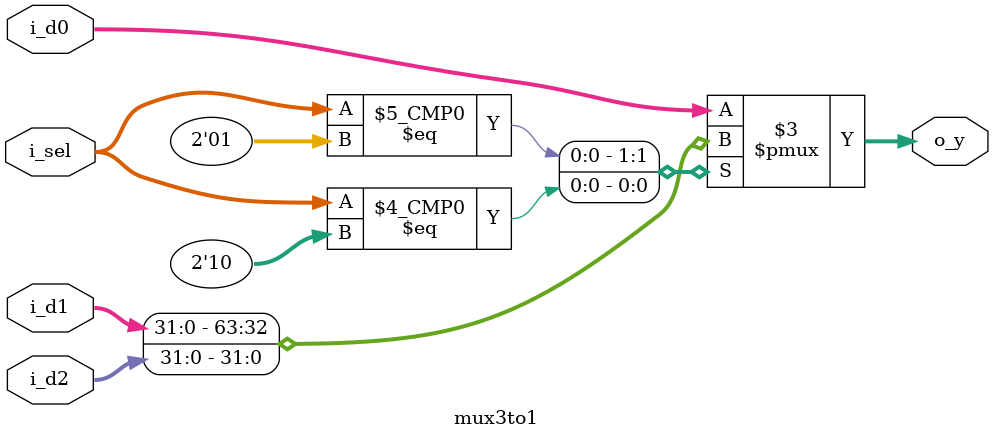
<source format=sv>

module mux3to1 #(
    parameter N = 32
)(
    input  logic [N-1:0] i_d0,    // Input 0
    input  logic [N-1:0] i_d1,    // Input 1
    input  logic [N-1:0] i_d2,    // Input 2
    input  logic [1:0]   i_sel,   // Select signal
    output logic [N-1:0] o_y      // Output
);

    always_comb begin
        case (i_sel)
            2'b00:   o_y = i_d0;
            2'b01:   o_y = i_d1;
            2'b10:   o_y = i_d2;
            default: o_y = i_d0;
        endcase
    end

endmodule

</source>
